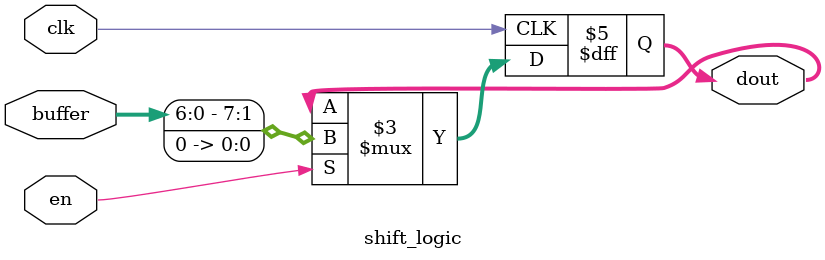
<source format=sv>
module shift_enable_chain #(parameter WIDTH=8) (
    input  wire                clk,
    input  wire                en,
    input  wire [WIDTH-1:0]    din,
    output wire [WIDTH-1:0]    dout
);

    // Internal signal for buffer register output
    wire [WIDTH-1:0] buffer_out;

    // Buffer Register Submodule
    buffer_register #(
        .WIDTH(WIDTH)
    ) u_buffer_register (
        .clk    (clk),
        .en     (en),
        .din    (din),
        .buffer (buffer_out)
    );

    // Shift Logic Submodule
    shift_logic #(
        .WIDTH(WIDTH)
    ) u_shift_logic (
        .clk    (clk),
        .en     (en),
        .buffer (buffer_out),
        .dout   (dout)
    );

endmodule

// ---------------------------------------------------------------------------
// Buffer Register Module
// Stores input data on enable
// ---------------------------------------------------------------------------
module buffer_register #(parameter WIDTH=8) (
    input  wire                clk,
    input  wire                en,
    input  wire [WIDTH-1:0]    din,
    output reg  [WIDTH-1:0]    buffer
);
    always @(posedge clk) begin
        if (en)
            buffer <= din;
        else
            buffer <= buffer;
    end
endmodule

// ---------------------------------------------------------------------------
// Shift Logic Module
// Performs left shift and outputs result on enable
// ---------------------------------------------------------------------------
module shift_logic #(parameter WIDTH=8) (
    input  wire                clk,
    input  wire                en,
    input  wire [WIDTH-1:0]    buffer,
    output reg  [WIDTH-1:0]    dout
);
    always @(posedge clk) begin
        if (en)
            dout <= {buffer[WIDTH-2:0], 1'b0};
        else
            dout <= dout;
    end
endmodule
</source>
